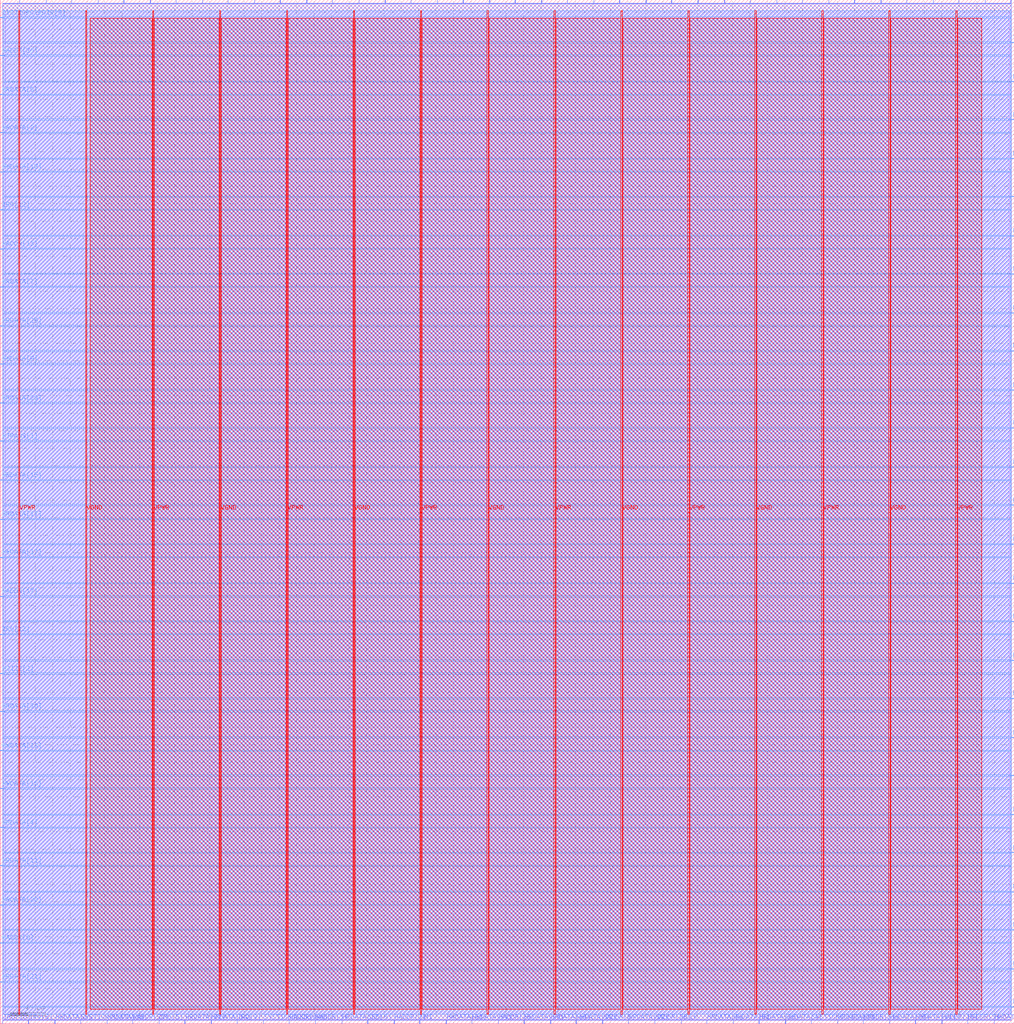
<source format=lef>
VERSION 5.7 ;
  NOWIREEXTENSIONATPIN ON ;
  DIVIDERCHAR "/" ;
  BUSBITCHARS "[]" ;
MACRO ibex_wrapper
  CLASS BLOCK ;
  FOREIGN ibex_wrapper ;
  ORIGIN 0.000 0.000 ;
  SIZE 1163.170 BY 1173.890 ;
  PIN EXT_IRQ
    DIRECTION INPUT ;
    USE SIGNAL ;
    PORT
      LAYER met3 ;
        RECT 1159.170 461.080 1163.170 461.680 ;
    END
  END EXT_IRQ
  PIN HADDR[0]
    DIRECTION OUTPUT TRISTATE ;
    USE SIGNAL ;
    PORT
      LAYER met2 ;
        RECT 52.530 1169.890 52.810 1173.890 ;
    END
  END HADDR[0]
  PIN HADDR[10]
    DIRECTION OUTPUT TRISTATE ;
    USE SIGNAL ;
    PORT
      LAYER met2 ;
        RECT 890.650 1169.890 890.930 1173.890 ;
    END
  END HADDR[10]
  PIN HADDR[11]
    DIRECTION OUTPUT TRISTATE ;
    USE SIGNAL ;
    PORT
      LAYER met3 ;
        RECT 1159.170 903.080 1163.170 903.680 ;
    END
  END HADDR[11]
  PIN HADDR[12]
    DIRECTION OUTPUT TRISTATE ;
    USE SIGNAL ;
    PORT
      LAYER met2 ;
        RECT 291.730 1169.890 292.010 1173.890 ;
    END
  END HADDR[12]
  PIN HADDR[13]
    DIRECTION OUTPUT TRISTATE ;
    USE SIGNAL ;
    PORT
      LAYER met3 ;
        RECT 0.000 888.120 4.000 888.720 ;
    END
  END HADDR[13]
  PIN HADDR[14]
    DIRECTION OUTPUT TRISTATE ;
    USE SIGNAL ;
    PORT
      LAYER met2 ;
        RECT 331.290 0.000 331.570 4.000 ;
    END
  END HADDR[14]
  PIN HADDR[15]
    DIRECTION OUTPUT TRISTATE ;
    USE SIGNAL ;
    PORT
      LAYER met2 ;
        RECT 1080.170 0.000 1080.450 4.000 ;
    END
  END HADDR[15]
  PIN HADDR[16]
    DIRECTION OUTPUT TRISTATE ;
    USE SIGNAL ;
    PORT
      LAYER met3 ;
        RECT 1159.170 416.200 1163.170 416.800 ;
    END
  END HADDR[16]
  PIN HADDR[17]
    DIRECTION OUTPUT TRISTATE ;
    USE SIGNAL ;
    PORT
      LAYER met3 ;
        RECT 0.000 489.640 4.000 490.240 ;
    END
  END HADDR[17]
  PIN HADDR[18]
    DIRECTION OUTPUT TRISTATE ;
    USE SIGNAL ;
    PORT
      LAYER met2 ;
        RECT 81.970 1169.890 82.250 1173.890 ;
    END
  END HADDR[18]
  PIN HADDR[19]
    DIRECTION OUTPUT TRISTATE ;
    USE SIGNAL ;
    PORT
      LAYER met3 ;
        RECT 1159.170 195.880 1163.170 196.480 ;
    END
  END HADDR[19]
  PIN HADDR[1]
    DIRECTION OUTPUT TRISTATE ;
    USE SIGNAL ;
    PORT
      LAYER met2 ;
        RECT 361.650 0.000 361.930 4.000 ;
    END
  END HADDR[1]
  PIN HADDR[20]
    DIRECTION OUTPUT TRISTATE ;
    USE SIGNAL ;
    PORT
      LAYER met3 ;
        RECT 1159.170 682.760 1163.170 683.360 ;
    END
  END HADDR[20]
  PIN HADDR[21]
    DIRECTION OUTPUT TRISTATE ;
    USE SIGNAL ;
    PORT
      LAYER met2 ;
        RECT 990.010 0.000 990.290 4.000 ;
    END
  END HADDR[21]
  PIN HADDR[22]
    DIRECTION OUTPUT TRISTATE ;
    USE SIGNAL ;
    PORT
      LAYER met2 ;
        RECT 590.730 1169.890 591.010 1173.890 ;
    END
  END HADDR[22]
  PIN HADDR[23]
    DIRECTION OUTPUT TRISTATE ;
    USE SIGNAL ;
    PORT
      LAYER met2 ;
        RECT 920.090 1169.890 920.370 1173.890 ;
    END
  END HADDR[23]
  PIN HADDR[24]
    DIRECTION OUTPUT TRISTATE ;
    USE SIGNAL ;
    PORT
      LAYER met3 ;
        RECT 1159.170 372.680 1163.170 373.280 ;
    END
  END HADDR[24]
  PIN HADDR[25]
    DIRECTION OUTPUT TRISTATE ;
    USE SIGNAL ;
    PORT
      LAYER met2 ;
        RECT 571.410 0.000 571.690 4.000 ;
    END
  END HADDR[25]
  PIN HADDR[26]
    DIRECTION OUTPUT TRISTATE ;
    USE SIGNAL ;
    PORT
      LAYER met2 ;
        RECT 750.810 0.000 751.090 4.000 ;
    END
  END HADDR[26]
  PIN HADDR[27]
    DIRECTION OUTPUT TRISTATE ;
    USE SIGNAL ;
    PORT
      LAYER met2 ;
        RECT 1039.690 1169.890 1039.970 1173.890 ;
    END
  END HADDR[27]
  PIN HADDR[28]
    DIRECTION OUTPUT TRISTATE ;
    USE SIGNAL ;
    PORT
      LAYER met3 ;
        RECT 1159.170 19.080 1163.170 19.680 ;
    END
  END HADDR[28]
  PIN HADDR[29]
    DIRECTION OUTPUT TRISTATE ;
    USE SIGNAL ;
    PORT
      LAYER met3 ;
        RECT 1159.170 637.880 1163.170 638.480 ;
    END
  END HADDR[29]
  PIN HADDR[2]
    DIRECTION OUTPUT TRISTATE ;
    USE SIGNAL ;
    PORT
      LAYER met2 ;
        RECT 451.810 0.000 452.090 4.000 ;
    END
  END HADDR[2]
  PIN HADDR[30]
    DIRECTION OUTPUT TRISTATE ;
    USE SIGNAL ;
    PORT
      LAYER met3 ;
        RECT 0.000 1109.800 4.000 1110.400 ;
    END
  END HADDR[30]
  PIN HADDR[31]
    DIRECTION OUTPUT TRISTATE ;
    USE SIGNAL ;
    PORT
      LAYER met2 ;
        RECT 151.890 0.000 152.170 4.000 ;
    END
  END HADDR[31]
  PIN HADDR[3]
    DIRECTION OUTPUT TRISTATE ;
    USE SIGNAL ;
    PORT
      LAYER met2 ;
        RECT 1109.610 0.000 1109.890 4.000 ;
    END
  END HADDR[3]
  PIN HADDR[4]
    DIRECTION OUTPUT TRISTATE ;
    USE SIGNAL ;
    PORT
      LAYER met3 ;
        RECT 1159.170 991.480 1163.170 992.080 ;
    END
  END HADDR[4]
  PIN HADDR[5]
    DIRECTION OUTPUT TRISTATE ;
    USE SIGNAL ;
    PORT
      LAYER met2 ;
        RECT 650.530 1169.890 650.810 1173.890 ;
    END
  END HADDR[5]
  PIN HADDR[6]
    DIRECTION OUTPUT TRISTATE ;
    USE SIGNAL ;
    PORT
      LAYER met3 ;
        RECT 0.000 92.520 4.000 93.120 ;
    END
  END HADDR[6]
  PIN HADDR[7]
    DIRECTION OUTPUT TRISTATE ;
    USE SIGNAL ;
    PORT
      LAYER met3 ;
        RECT 1159.170 859.560 1163.170 860.160 ;
    END
  END HADDR[7]
  PIN HADDR[8]
    DIRECTION OUTPUT TRISTATE ;
    USE SIGNAL ;
    PORT
      LAYER met2 ;
        RECT 691.010 0.000 691.290 4.000 ;
    END
  END HADDR[8]
  PIN HADDR[9]
    DIRECTION OUTPUT TRISTATE ;
    USE SIGNAL ;
    PORT
      LAYER met2 ;
        RECT 1129.850 1169.890 1130.130 1173.890 ;
    END
  END HADDR[9]
  PIN HCLK
    DIRECTION INPUT ;
    USE SIGNAL ;
    PORT
      LAYER met2 ;
        RECT 781.170 0.000 781.450 4.000 ;
    END
  END HCLK
  PIN HRDATA[0]
    DIRECTION INPUT ;
    USE SIGNAL ;
    PORT
      LAYER met3 ;
        RECT 1159.170 1036.360 1163.170 1036.960 ;
    END
  END HRDATA[0]
  PIN HRDATA[10]
    DIRECTION INPUT ;
    USE SIGNAL ;
    PORT
      LAYER met2 ;
        RECT 122.450 0.000 122.730 4.000 ;
    END
  END HRDATA[10]
  PIN HRDATA[11]
    DIRECTION INPUT ;
    USE SIGNAL ;
    PORT
      LAYER met3 ;
        RECT 0.000 180.920 4.000 181.520 ;
    END
  END HRDATA[11]
  PIN HRDATA[12]
    DIRECTION INPUT ;
    USE SIGNAL ;
    PORT
      LAYER met2 ;
        RECT 392.010 0.000 392.290 4.000 ;
    END
  END HRDATA[12]
  PIN HRDATA[13]
    DIRECTION INPUT ;
    USE SIGNAL ;
    PORT
      LAYER met2 ;
        RECT 22.170 1169.890 22.450 1173.890 ;
    END
  END HRDATA[13]
  PIN HRDATA[14]
    DIRECTION INPUT ;
    USE SIGNAL ;
    PORT
      LAYER met2 ;
        RECT 242.050 0.000 242.330 4.000 ;
    END
  END HRDATA[14]
  PIN HRDATA[15]
    DIRECTION INPUT ;
    USE SIGNAL ;
    PORT
      LAYER met3 ;
        RECT 0.000 622.920 4.000 623.520 ;
    END
  END HRDATA[15]
  PIN HRDATA[16]
    DIRECTION INPUT ;
    USE SIGNAL ;
    PORT
      LAYER met3 ;
        RECT 1159.170 327.800 1163.170 328.400 ;
    END
  END HRDATA[16]
  PIN HRDATA[17]
    DIRECTION INPUT ;
    USE SIGNAL ;
    PORT
      LAYER met3 ;
        RECT 0.000 578.040 4.000 578.640 ;
    END
  END HRDATA[17]
  PIN HRDATA[18]
    DIRECTION INPUT ;
    USE SIGNAL ;
    PORT
      LAYER met2 ;
        RECT 960.570 0.000 960.850 4.000 ;
    END
  END HRDATA[18]
  PIN HRDATA[19]
    DIRECTION INPUT ;
    USE SIGNAL ;
    PORT
      LAYER met2 ;
        RECT 631.210 0.000 631.490 4.000 ;
    END
  END HRDATA[19]
  PIN HRDATA[1]
    DIRECTION INPUT ;
    USE SIGNAL ;
    PORT
      LAYER met3 ;
        RECT 1159.170 504.600 1163.170 505.200 ;
    END
  END HRDATA[1]
  PIN HRDATA[20]
    DIRECTION INPUT ;
    USE SIGNAL ;
    PORT
      LAYER met3 ;
        RECT 0.000 136.040 4.000 136.640 ;
    END
  END HRDATA[20]
  PIN HRDATA[21]
    DIRECTION INPUT ;
    USE SIGNAL ;
    PORT
      LAYER met3 ;
        RECT 0.000 47.640 4.000 48.240 ;
    END
  END HRDATA[21]
  PIN HRDATA[22]
    DIRECTION INPUT ;
    USE SIGNAL ;
    PORT
      LAYER met2 ;
        RECT 720.450 0.000 720.730 4.000 ;
    END
  END HRDATA[22]
  PIN HRDATA[23]
    DIRECTION INPUT ;
    USE SIGNAL ;
    PORT
      LAYER met2 ;
        RECT 740.690 1169.890 740.970 1173.890 ;
    END
  END HRDATA[23]
  PIN HRDATA[24]
    DIRECTION INPUT ;
    USE SIGNAL ;
    PORT
      LAYER met3 ;
        RECT 1159.170 771.160 1163.170 771.760 ;
    END
  END HRDATA[24]
  PIN HRDATA[25]
    DIRECTION INPUT ;
    USE SIGNAL ;
    PORT
      LAYER met3 ;
        RECT 0.000 799.720 4.000 800.320 ;
    END
  END HRDATA[25]
  PIN HRDATA[26]
    DIRECTION INPUT ;
    USE SIGNAL ;
    PORT
      LAYER met2 ;
        RECT 870.410 0.000 870.690 4.000 ;
    END
  END HRDATA[26]
  PIN HRDATA[27]
    DIRECTION INPUT ;
    USE SIGNAL ;
    PORT
      LAYER met3 ;
        RECT 1159.170 549.480 1163.170 550.080 ;
    END
  END HRDATA[27]
  PIN HRDATA[28]
    DIRECTION INPUT ;
    USE SIGNAL ;
    PORT
      LAYER met3 ;
        RECT 1159.170 107.480 1163.170 108.080 ;
    END
  END HRDATA[28]
  PIN HRDATA[29]
    DIRECTION INPUT ;
    USE SIGNAL ;
    PORT
      LAYER met3 ;
        RECT 0.000 711.320 4.000 711.920 ;
    END
  END HRDATA[29]
  PIN HRDATA[2]
    DIRECTION INPUT ;
    USE SIGNAL ;
    PORT
      LAYER met3 ;
        RECT 0.000 1021.400 4.000 1022.000 ;
    END
  END HRDATA[2]
  PIN HRDATA[30]
    DIRECTION INPUT ;
    USE SIGNAL ;
    PORT
      LAYER met3 ;
        RECT 0.000 357.720 4.000 358.320 ;
    END
  END HRDATA[30]
  PIN HRDATA[31]
    DIRECTION INPUT ;
    USE SIGNAL ;
    PORT
      LAYER met2 ;
        RECT 211.690 0.000 211.970 4.000 ;
    END
  END HRDATA[31]
  PIN HRDATA[3]
    DIRECTION INPUT ;
    USE SIGNAL ;
    PORT
      LAYER met3 ;
        RECT 1159.170 1079.880 1163.170 1080.480 ;
    END
  END HRDATA[3]
  PIN HRDATA[4]
    DIRECTION INPUT ;
    USE SIGNAL ;
    PORT
      LAYER met3 ;
        RECT 0.000 224.440 4.000 225.040 ;
    END
  END HRDATA[4]
  PIN HRDATA[5]
    DIRECTION INPUT ;
    USE SIGNAL ;
    PORT
      LAYER met3 ;
        RECT 0.000 1064.920 4.000 1065.520 ;
    END
  END HRDATA[5]
  PIN HRDATA[6]
    DIRECTION INPUT ;
    USE SIGNAL ;
    PORT
      LAYER met2 ;
        RECT 201.570 1169.890 201.850 1173.890 ;
    END
  END HRDATA[6]
  PIN HRDATA[7]
    DIRECTION INPUT ;
    USE SIGNAL ;
    PORT
      LAYER met3 ;
        RECT 0.000 844.600 4.000 845.200 ;
    END
  END HRDATA[7]
  PIN HRDATA[8]
    DIRECTION INPUT ;
    USE SIGNAL ;
    PORT
      LAYER met2 ;
        RECT 979.890 1169.890 980.170 1173.890 ;
    END
  END HRDATA[8]
  PIN HRDATA[9]
    DIRECTION INPUT ;
    USE SIGNAL ;
    PORT
      LAYER met2 ;
        RECT 810.610 0.000 810.890 4.000 ;
    END
  END HRDATA[9]
  PIN HREADY
    DIRECTION INPUT ;
    USE SIGNAL ;
    PORT
      LAYER met2 ;
        RECT 261.370 1169.890 261.650 1173.890 ;
    END
  END HREADY
  PIN HRESETn
    DIRECTION INPUT ;
    USE SIGNAL ;
    PORT
      LAYER met3 ;
        RECT 1159.170 594.360 1163.170 594.960 ;
    END
  END HRESETn
  PIN HSIZE[0]
    DIRECTION OUTPUT TRISTATE ;
    USE SIGNAL ;
    PORT
      LAYER met2 ;
        RECT 471.130 1169.890 471.410 1173.890 ;
    END
  END HSIZE[0]
  PIN HSIZE[1]
    DIRECTION OUTPUT TRISTATE ;
    USE SIGNAL ;
    PORT
      LAYER met2 ;
        RECT 1010.250 1169.890 1010.530 1173.890 ;
    END
  END HSIZE[1]
  PIN HSIZE[2]
    DIRECTION OUTPUT TRISTATE ;
    USE SIGNAL ;
    PORT
      LAYER met3 ;
        RECT 0.000 401.240 4.000 401.840 ;
    END
  END HSIZE[2]
  PIN HTRANS[0]
    DIRECTION OUTPUT TRISTATE ;
    USE SIGNAL ;
    PORT
      LAYER met3 ;
        RECT 1159.170 726.280 1163.170 726.880 ;
    END
  END HTRANS[0]
  PIN HTRANS[1]
    DIRECTION OUTPUT TRISTATE ;
    USE SIGNAL ;
    PORT
      LAYER met3 ;
        RECT 0.000 667.800 4.000 668.400 ;
    END
  END HTRANS[1]
  PIN HWDATA[0]
    DIRECTION OUTPUT TRISTATE ;
    USE SIGNAL ;
    PORT
      LAYER met2 ;
        RECT 561.290 1169.890 561.570 1173.890 ;
    END
  END HWDATA[0]
  PIN HWDATA[10]
    DIRECTION OUTPUT TRISTATE ;
    USE SIGNAL ;
    PORT
      LAYER met2 ;
        RECT 380.970 1169.890 381.250 1173.890 ;
    END
  END HWDATA[10]
  PIN HWDATA[11]
    DIRECTION OUTPUT TRISTATE ;
    USE SIGNAL ;
    PORT
      LAYER met2 ;
        RECT 1049.810 0.000 1050.090 4.000 ;
    END
  END HWDATA[11]
  PIN HWDATA[12]
    DIRECTION OUTPUT TRISTATE ;
    USE SIGNAL ;
    PORT
      LAYER met3 ;
        RECT 1159.170 814.680 1163.170 815.280 ;
    END
  END HWDATA[12]
  PIN HWDATA[13]
    DIRECTION OUTPUT TRISTATE ;
    USE SIGNAL ;
    PORT
      LAYER met3 ;
        RECT 0.000 312.840 4.000 313.440 ;
    END
  END HWDATA[13]
  PIN HWDATA[14]
    DIRECTION OUTPUT TRISTATE ;
    USE SIGNAL ;
    PORT
      LAYER met3 ;
        RECT 1159.170 239.400 1163.170 240.000 ;
    END
  END HWDATA[14]
  PIN HWDATA[15]
    DIRECTION OUTPUT TRISTATE ;
    USE SIGNAL ;
    PORT
      LAYER met3 ;
        RECT 0.000 269.320 4.000 269.920 ;
    END
  END HWDATA[15]
  PIN HWDATA[16]
    DIRECTION OUTPUT TRISTATE ;
    USE SIGNAL ;
    PORT
      LAYER met2 ;
        RECT 321.170 1169.890 321.450 1173.890 ;
    END
  END HWDATA[16]
  PIN HWDATA[17]
    DIRECTION OUTPUT TRISTATE ;
    USE SIGNAL ;
    PORT
      LAYER met3 ;
        RECT 0.000 534.520 4.000 535.120 ;
    END
  END HWDATA[17]
  PIN HWDATA[18]
    DIRECTION OUTPUT TRISTATE ;
    USE SIGNAL ;
    PORT
      LAYER met3 ;
        RECT 0.000 976.520 4.000 977.120 ;
    END
  END HWDATA[18]
  PIN HWDATA[19]
    DIRECTION OUTPUT TRISTATE ;
    USE SIGNAL ;
    PORT
      LAYER met2 ;
        RECT 501.490 1169.890 501.770 1173.890 ;
    END
  END HWDATA[19]
  PIN HWDATA[1]
    DIRECTION OUTPUT TRISTATE ;
    USE SIGNAL ;
    PORT
      LAYER met2 ;
        RECT 62.650 0.000 62.930 4.000 ;
    END
  END HWDATA[1]
  PIN HWDATA[20]
    DIRECTION OUTPUT TRISTATE ;
    USE SIGNAL ;
    PORT
      LAYER met2 ;
        RECT 511.610 0.000 511.890 4.000 ;
    END
  END HWDATA[20]
  PIN HWDATA[21]
    DIRECTION OUTPUT TRISTATE ;
    USE SIGNAL ;
    PORT
      LAYER met2 ;
        RECT 1070.050 1169.890 1070.330 1173.890 ;
    END
  END HWDATA[21]
  PIN HWDATA[22]
    DIRECTION OUTPUT TRISTATE ;
    USE SIGNAL ;
    PORT
      LAYER met3 ;
        RECT 1159.170 62.600 1163.170 63.200 ;
    END
  END HWDATA[22]
  PIN HWDATA[23]
    DIRECTION OUTPUT TRISTATE ;
    USE SIGNAL ;
    PORT
      LAYER met2 ;
        RECT 112.330 1169.890 112.610 1173.890 ;
    END
  END HWDATA[23]
  PIN HWDATA[24]
    DIRECTION OUTPUT TRISTATE ;
    USE SIGNAL ;
    PORT
      LAYER met2 ;
        RECT 600.850 0.000 601.130 4.000 ;
    END
  END HWDATA[24]
  PIN HWDATA[25]
    DIRECTION OUTPUT TRISTATE ;
    USE SIGNAL ;
    PORT
      LAYER met3 ;
        RECT 1159.170 151.000 1163.170 151.600 ;
    END
  END HWDATA[25]
  PIN HWDATA[26]
    DIRECTION OUTPUT TRISTATE ;
    USE SIGNAL ;
    PORT
      LAYER met2 ;
        RECT 351.530 1169.890 351.810 1173.890 ;
    END
  END HWDATA[26]
  PIN HWDATA[27]
    DIRECTION OUTPUT TRISTATE ;
    USE SIGNAL ;
    PORT
      LAYER met2 ;
        RECT 411.330 1169.890 411.610 1173.890 ;
    END
  END HWDATA[27]
  PIN HWDATA[28]
    DIRECTION OUTPUT TRISTATE ;
    USE SIGNAL ;
    PORT
      LAYER met2 ;
        RECT 660.650 0.000 660.930 4.000 ;
    END
  END HWDATA[28]
  PIN HWDATA[29]
    DIRECTION OUTPUT TRISTATE ;
    USE SIGNAL ;
    PORT
      LAYER met2 ;
        RECT 1020.370 0.000 1020.650 4.000 ;
    END
  END HWDATA[29]
  PIN HWDATA[2]
    DIRECTION OUTPUT TRISTATE ;
    USE SIGNAL ;
    PORT
      LAYER met2 ;
        RECT 1099.490 1169.890 1099.770 1173.890 ;
    END
  END HWDATA[2]
  PIN HWDATA[30]
    DIRECTION OUTPUT TRISTATE ;
    USE SIGNAL ;
    PORT
      LAYER met2 ;
        RECT 1139.970 0.000 1140.250 4.000 ;
    END
  END HWDATA[30]
  PIN HWDATA[31]
    DIRECTION OUTPUT TRISTATE ;
    USE SIGNAL ;
    PORT
      LAYER met2 ;
        RECT 541.050 0.000 541.330 4.000 ;
    END
  END HWDATA[31]
  PIN HWDATA[3]
    DIRECTION OUTPUT TRISTATE ;
    USE SIGNAL ;
    PORT
      LAYER met2 ;
        RECT 441.690 1169.890 441.970 1173.890 ;
    END
  END HWDATA[3]
  PIN HWDATA[4]
    DIRECTION OUTPUT TRISTATE ;
    USE SIGNAL ;
    PORT
      LAYER met2 ;
        RECT 900.770 0.000 901.050 4.000 ;
    END
  END HWDATA[4]
  PIN HWDATA[5]
    DIRECTION OUTPUT TRISTATE ;
    USE SIGNAL ;
    PORT
      LAYER met2 ;
        RECT 840.970 0.000 841.250 4.000 ;
    END
  END HWDATA[5]
  PIN HWDATA[6]
    DIRECTION OUTPUT TRISTATE ;
    USE SIGNAL ;
    PORT
      LAYER met2 ;
        RECT 710.330 1169.890 710.610 1173.890 ;
    END
  END HWDATA[6]
  PIN HWDATA[7]
    DIRECTION OUTPUT TRISTATE ;
    USE SIGNAL ;
    PORT
      LAYER met2 ;
        RECT 621.090 1169.890 621.370 1173.890 ;
    END
  END HWDATA[7]
  PIN HWDATA[8]
    DIRECTION OUTPUT TRISTATE ;
    USE SIGNAL ;
    PORT
      LAYER met2 ;
        RECT 680.890 1169.890 681.170 1173.890 ;
    END
  END HWDATA[8]
  PIN HWDATA[9]
    DIRECTION OUTPUT TRISTATE ;
    USE SIGNAL ;
    PORT
      LAYER met3 ;
        RECT 0.000 756.200 4.000 756.800 ;
    END
  END HWDATA[9]
  PIN HWRITE
    DIRECTION OUTPUT TRISTATE ;
    USE SIGNAL ;
    PORT
      LAYER met2 ;
        RECT 860.290 1169.890 860.570 1173.890 ;
    END
  END HWRITE
  PIN IRQ[0]
    DIRECTION INPUT ;
    USE SIGNAL ;
    PORT
      LAYER met2 ;
        RECT 421.450 0.000 421.730 4.000 ;
    END
  END IRQ[0]
  PIN IRQ[10]
    DIRECTION INPUT ;
    USE SIGNAL ;
    PORT
      LAYER met2 ;
        RECT 2.850 0.000 3.130 4.000 ;
    END
  END IRQ[10]
  PIN IRQ[11]
    DIRECTION INPUT ;
    USE SIGNAL ;
    PORT
      LAYER met3 ;
        RECT 1159.170 947.960 1163.170 948.560 ;
    END
  END IRQ[11]
  PIN IRQ[12]
    DIRECTION INPUT ;
    USE SIGNAL ;
    PORT
      LAYER met3 ;
        RECT 0.000 933.000 4.000 933.600 ;
    END
  END IRQ[12]
  PIN IRQ[13]
    DIRECTION INPUT ;
    USE SIGNAL ;
    PORT
      LAYER met3 ;
        RECT 0.000 446.120 4.000 446.720 ;
    END
  END IRQ[13]
  PIN IRQ[14]
    DIRECTION INPUT ;
    USE SIGNAL ;
    PORT
      LAYER met3 ;
        RECT 1159.170 284.280 1163.170 284.880 ;
    END
  END IRQ[14]
  PIN IRQ[1]
    DIRECTION INPUT ;
    USE SIGNAL ;
    PORT
      LAYER met2 ;
        RECT 141.770 1169.890 142.050 1173.890 ;
    END
  END IRQ[1]
  PIN IRQ[2]
    DIRECTION INPUT ;
    USE SIGNAL ;
    PORT
      LAYER met2 ;
        RECT 231.930 1169.890 232.210 1173.890 ;
    END
  END IRQ[2]
  PIN IRQ[3]
    DIRECTION INPUT ;
    USE SIGNAL ;
    PORT
      LAYER met2 ;
        RECT 530.930 1169.890 531.210 1173.890 ;
    END
  END IRQ[3]
  PIN IRQ[4]
    DIRECTION INPUT ;
    USE SIGNAL ;
    PORT
      LAYER met2 ;
        RECT 172.130 1169.890 172.410 1173.890 ;
    END
  END IRQ[4]
  PIN IRQ[5]
    DIRECTION INPUT ;
    USE SIGNAL ;
    PORT
      LAYER met2 ;
        RECT 182.250 0.000 182.530 4.000 ;
    END
  END IRQ[5]
  PIN IRQ[6]
    DIRECTION INPUT ;
    USE SIGNAL ;
    PORT
      LAYER met2 ;
        RECT 32.290 0.000 32.570 4.000 ;
    END
  END IRQ[6]
  PIN IRQ[7]
    DIRECTION INPUT ;
    USE SIGNAL ;
    PORT
      LAYER met2 ;
        RECT 800.490 1169.890 800.770 1173.890 ;
    END
  END IRQ[7]
  PIN IRQ[8]
    DIRECTION INPUT ;
    USE SIGNAL ;
    PORT
      LAYER met2 ;
        RECT 830.850 1169.890 831.130 1173.890 ;
    END
  END IRQ[8]
  PIN IRQ[9]
    DIRECTION INPUT ;
    USE SIGNAL ;
    PORT
      LAYER met2 ;
        RECT 271.490 0.000 271.770 4.000 ;
    END
  END IRQ[9]
  PIN NMI
    DIRECTION INPUT ;
    USE SIGNAL ;
    PORT
      LAYER met2 ;
        RECT 481.250 0.000 481.530 4.000 ;
    END
  END NMI
  PIN SYSTICKCLKDIV[0]
    DIRECTION INPUT ;
    USE SIGNAL ;
    PORT
      LAYER met2 ;
        RECT 1159.290 1169.890 1159.570 1173.890 ;
    END
  END SYSTICKCLKDIV[0]
  PIN SYSTICKCLKDIV[1]
    DIRECTION INPUT ;
    USE SIGNAL ;
    PORT
      LAYER met2 ;
        RECT 301.850 0.000 302.130 4.000 ;
    END
  END SYSTICKCLKDIV[1]
  PIN SYSTICKCLKDIV[2]
    DIRECTION INPUT ;
    USE SIGNAL ;
    PORT
      LAYER met2 ;
        RECT 950.450 1169.890 950.730 1173.890 ;
    END
  END SYSTICKCLKDIV[2]
  PIN SYSTICKCLKDIV[3]
    DIRECTION INPUT ;
    USE SIGNAL ;
    PORT
      LAYER met3 ;
        RECT 1159.170 1124.760 1163.170 1125.360 ;
    END
  END SYSTICKCLKDIV[3]
  PIN SYSTICKCLKDIV[4]
    DIRECTION INPUT ;
    USE SIGNAL ;
    PORT
      LAYER met2 ;
        RECT 92.090 0.000 92.370 4.000 ;
    END
  END SYSTICKCLKDIV[4]
  PIN SYSTICKCLKDIV[5]
    DIRECTION INPUT ;
    USE SIGNAL ;
    PORT
      LAYER met3 ;
        RECT 0.000 1153.320 4.000 1153.920 ;
    END
  END SYSTICKCLKDIV[5]
  PIN SYSTICKCLKDIV[6]
    DIRECTION INPUT ;
    USE SIGNAL ;
    PORT
      LAYER met2 ;
        RECT 770.130 1169.890 770.410 1173.890 ;
    END
  END SYSTICKCLKDIV[6]
  PIN SYSTICKCLKDIV[7]
    DIRECTION INPUT ;
    USE SIGNAL ;
    PORT
      LAYER met2 ;
        RECT 930.210 0.000 930.490 4.000 ;
    END
  END SYSTICKCLKDIV[7]
  PIN VPWR
    DIRECTION INOUT ;
    USE POWER ;
    PORT
      LAYER met4 ;
        RECT 1096.240 10.640 1097.840 1161.680 ;
    END
  END VPWR
  PIN VPWR
    DIRECTION INOUT ;
    USE POWER ;
    PORT
      LAYER met4 ;
        RECT 942.640 10.640 944.240 1161.680 ;
    END
  END VPWR
  PIN VPWR
    DIRECTION INOUT ;
    USE POWER ;
    PORT
      LAYER met4 ;
        RECT 789.040 10.640 790.640 1161.680 ;
    END
  END VPWR
  PIN VPWR
    DIRECTION INOUT ;
    USE POWER ;
    PORT
      LAYER met4 ;
        RECT 635.440 10.640 637.040 1161.680 ;
    END
  END VPWR
  PIN VPWR
    DIRECTION INOUT ;
    USE POWER ;
    PORT
      LAYER met4 ;
        RECT 481.840 10.640 483.440 1161.680 ;
    END
  END VPWR
  PIN VPWR
    DIRECTION INOUT ;
    USE POWER ;
    PORT
      LAYER met4 ;
        RECT 328.240 10.640 329.840 1161.680 ;
    END
  END VPWR
  PIN VPWR
    DIRECTION INOUT ;
    USE POWER ;
    PORT
      LAYER met4 ;
        RECT 174.640 10.640 176.240 1161.680 ;
    END
  END VPWR
  PIN VPWR
    DIRECTION INOUT ;
    USE POWER ;
    PORT
      LAYER met4 ;
        RECT 21.040 10.640 22.640 1161.680 ;
    END
  END VPWR
  PIN VGND
    DIRECTION INOUT ;
    USE GROUND ;
    PORT
      LAYER met4 ;
        RECT 1019.440 10.640 1021.040 1161.680 ;
    END
  END VGND
  PIN VGND
    DIRECTION INOUT ;
    USE GROUND ;
    PORT
      LAYER met4 ;
        RECT 865.840 10.640 867.440 1161.680 ;
    END
  END VGND
  PIN VGND
    DIRECTION INOUT ;
    USE GROUND ;
    PORT
      LAYER met4 ;
        RECT 712.240 10.640 713.840 1161.680 ;
    END
  END VGND
  PIN VGND
    DIRECTION INOUT ;
    USE GROUND ;
    PORT
      LAYER met4 ;
        RECT 558.640 10.640 560.240 1161.680 ;
    END
  END VGND
  PIN VGND
    DIRECTION INOUT ;
    USE GROUND ;
    PORT
      LAYER met4 ;
        RECT 405.040 10.640 406.640 1161.680 ;
    END
  END VGND
  PIN VGND
    DIRECTION INOUT ;
    USE GROUND ;
    PORT
      LAYER met4 ;
        RECT 251.440 10.640 253.040 1161.680 ;
    END
  END VGND
  PIN VGND
    DIRECTION INOUT ;
    USE GROUND ;
    PORT
      LAYER met4 ;
        RECT 97.840 10.640 99.440 1161.680 ;
    END
  END VGND
  OBS
      LAYER li1 ;
        RECT 5.520 10.795 1157.360 1161.525 ;
      LAYER met1 ;
        RECT 2.830 4.460 1159.590 1169.560 ;
      LAYER met2 ;
        RECT 2.860 1169.610 21.890 1169.890 ;
        RECT 22.730 1169.610 52.250 1169.890 ;
        RECT 53.090 1169.610 81.690 1169.890 ;
        RECT 82.530 1169.610 112.050 1169.890 ;
        RECT 112.890 1169.610 141.490 1169.890 ;
        RECT 142.330 1169.610 171.850 1169.890 ;
        RECT 172.690 1169.610 201.290 1169.890 ;
        RECT 202.130 1169.610 231.650 1169.890 ;
        RECT 232.490 1169.610 261.090 1169.890 ;
        RECT 261.930 1169.610 291.450 1169.890 ;
        RECT 292.290 1169.610 320.890 1169.890 ;
        RECT 321.730 1169.610 351.250 1169.890 ;
        RECT 352.090 1169.610 380.690 1169.890 ;
        RECT 381.530 1169.610 411.050 1169.890 ;
        RECT 411.890 1169.610 441.410 1169.890 ;
        RECT 442.250 1169.610 470.850 1169.890 ;
        RECT 471.690 1169.610 501.210 1169.890 ;
        RECT 502.050 1169.610 530.650 1169.890 ;
        RECT 531.490 1169.610 561.010 1169.890 ;
        RECT 561.850 1169.610 590.450 1169.890 ;
        RECT 591.290 1169.610 620.810 1169.890 ;
        RECT 621.650 1169.610 650.250 1169.890 ;
        RECT 651.090 1169.610 680.610 1169.890 ;
        RECT 681.450 1169.610 710.050 1169.890 ;
        RECT 710.890 1169.610 740.410 1169.890 ;
        RECT 741.250 1169.610 769.850 1169.890 ;
        RECT 770.690 1169.610 800.210 1169.890 ;
        RECT 801.050 1169.610 830.570 1169.890 ;
        RECT 831.410 1169.610 860.010 1169.890 ;
        RECT 860.850 1169.610 890.370 1169.890 ;
        RECT 891.210 1169.610 919.810 1169.890 ;
        RECT 920.650 1169.610 950.170 1169.890 ;
        RECT 951.010 1169.610 979.610 1169.890 ;
        RECT 980.450 1169.610 1009.970 1169.890 ;
        RECT 1010.810 1169.610 1039.410 1169.890 ;
        RECT 1040.250 1169.610 1069.770 1169.890 ;
        RECT 1070.610 1169.610 1099.210 1169.890 ;
        RECT 1100.050 1169.610 1129.570 1169.890 ;
        RECT 1130.410 1169.610 1159.010 1169.890 ;
        RECT 2.860 4.280 1159.560 1169.610 ;
        RECT 3.410 4.000 32.010 4.280 ;
        RECT 32.850 4.000 62.370 4.280 ;
        RECT 63.210 4.000 91.810 4.280 ;
        RECT 92.650 4.000 122.170 4.280 ;
        RECT 123.010 4.000 151.610 4.280 ;
        RECT 152.450 4.000 181.970 4.280 ;
        RECT 182.810 4.000 211.410 4.280 ;
        RECT 212.250 4.000 241.770 4.280 ;
        RECT 242.610 4.000 271.210 4.280 ;
        RECT 272.050 4.000 301.570 4.280 ;
        RECT 302.410 4.000 331.010 4.280 ;
        RECT 331.850 4.000 361.370 4.280 ;
        RECT 362.210 4.000 391.730 4.280 ;
        RECT 392.570 4.000 421.170 4.280 ;
        RECT 422.010 4.000 451.530 4.280 ;
        RECT 452.370 4.000 480.970 4.280 ;
        RECT 481.810 4.000 511.330 4.280 ;
        RECT 512.170 4.000 540.770 4.280 ;
        RECT 541.610 4.000 571.130 4.280 ;
        RECT 571.970 4.000 600.570 4.280 ;
        RECT 601.410 4.000 630.930 4.280 ;
        RECT 631.770 4.000 660.370 4.280 ;
        RECT 661.210 4.000 690.730 4.280 ;
        RECT 691.570 4.000 720.170 4.280 ;
        RECT 721.010 4.000 750.530 4.280 ;
        RECT 751.370 4.000 780.890 4.280 ;
        RECT 781.730 4.000 810.330 4.280 ;
        RECT 811.170 4.000 840.690 4.280 ;
        RECT 841.530 4.000 870.130 4.280 ;
        RECT 870.970 4.000 900.490 4.280 ;
        RECT 901.330 4.000 929.930 4.280 ;
        RECT 930.770 4.000 960.290 4.280 ;
        RECT 961.130 4.000 989.730 4.280 ;
        RECT 990.570 4.000 1020.090 4.280 ;
        RECT 1020.930 4.000 1049.530 4.280 ;
        RECT 1050.370 4.000 1079.890 4.280 ;
        RECT 1080.730 4.000 1109.330 4.280 ;
        RECT 1110.170 4.000 1139.690 4.280 ;
        RECT 1140.530 4.000 1159.560 4.280 ;
      LAYER met3 ;
        RECT 4.000 1154.320 1159.170 1161.605 ;
        RECT 4.400 1152.920 1159.170 1154.320 ;
        RECT 4.000 1125.760 1159.170 1152.920 ;
        RECT 4.000 1124.360 1158.770 1125.760 ;
        RECT 4.000 1110.800 1159.170 1124.360 ;
        RECT 4.400 1109.400 1159.170 1110.800 ;
        RECT 4.000 1080.880 1159.170 1109.400 ;
        RECT 4.000 1079.480 1158.770 1080.880 ;
        RECT 4.000 1065.920 1159.170 1079.480 ;
        RECT 4.400 1064.520 1159.170 1065.920 ;
        RECT 4.000 1037.360 1159.170 1064.520 ;
        RECT 4.000 1035.960 1158.770 1037.360 ;
        RECT 4.000 1022.400 1159.170 1035.960 ;
        RECT 4.400 1021.000 1159.170 1022.400 ;
        RECT 4.000 992.480 1159.170 1021.000 ;
        RECT 4.000 991.080 1158.770 992.480 ;
        RECT 4.000 977.520 1159.170 991.080 ;
        RECT 4.400 976.120 1159.170 977.520 ;
        RECT 4.000 948.960 1159.170 976.120 ;
        RECT 4.000 947.560 1158.770 948.960 ;
        RECT 4.000 934.000 1159.170 947.560 ;
        RECT 4.400 932.600 1159.170 934.000 ;
        RECT 4.000 904.080 1159.170 932.600 ;
        RECT 4.000 902.680 1158.770 904.080 ;
        RECT 4.000 889.120 1159.170 902.680 ;
        RECT 4.400 887.720 1159.170 889.120 ;
        RECT 4.000 860.560 1159.170 887.720 ;
        RECT 4.000 859.160 1158.770 860.560 ;
        RECT 4.000 845.600 1159.170 859.160 ;
        RECT 4.400 844.200 1159.170 845.600 ;
        RECT 4.000 815.680 1159.170 844.200 ;
        RECT 4.000 814.280 1158.770 815.680 ;
        RECT 4.000 800.720 1159.170 814.280 ;
        RECT 4.400 799.320 1159.170 800.720 ;
        RECT 4.000 772.160 1159.170 799.320 ;
        RECT 4.000 770.760 1158.770 772.160 ;
        RECT 4.000 757.200 1159.170 770.760 ;
        RECT 4.400 755.800 1159.170 757.200 ;
        RECT 4.000 727.280 1159.170 755.800 ;
        RECT 4.000 725.880 1158.770 727.280 ;
        RECT 4.000 712.320 1159.170 725.880 ;
        RECT 4.400 710.920 1159.170 712.320 ;
        RECT 4.000 683.760 1159.170 710.920 ;
        RECT 4.000 682.360 1158.770 683.760 ;
        RECT 4.000 668.800 1159.170 682.360 ;
        RECT 4.400 667.400 1159.170 668.800 ;
        RECT 4.000 638.880 1159.170 667.400 ;
        RECT 4.000 637.480 1158.770 638.880 ;
        RECT 4.000 623.920 1159.170 637.480 ;
        RECT 4.400 622.520 1159.170 623.920 ;
        RECT 4.000 595.360 1159.170 622.520 ;
        RECT 4.000 593.960 1158.770 595.360 ;
        RECT 4.000 579.040 1159.170 593.960 ;
        RECT 4.400 577.640 1159.170 579.040 ;
        RECT 4.000 550.480 1159.170 577.640 ;
        RECT 4.000 549.080 1158.770 550.480 ;
        RECT 4.000 535.520 1159.170 549.080 ;
        RECT 4.400 534.120 1159.170 535.520 ;
        RECT 4.000 505.600 1159.170 534.120 ;
        RECT 4.000 504.200 1158.770 505.600 ;
        RECT 4.000 490.640 1159.170 504.200 ;
        RECT 4.400 489.240 1159.170 490.640 ;
        RECT 4.000 462.080 1159.170 489.240 ;
        RECT 4.000 460.680 1158.770 462.080 ;
        RECT 4.000 447.120 1159.170 460.680 ;
        RECT 4.400 445.720 1159.170 447.120 ;
        RECT 4.000 417.200 1159.170 445.720 ;
        RECT 4.000 415.800 1158.770 417.200 ;
        RECT 4.000 402.240 1159.170 415.800 ;
        RECT 4.400 400.840 1159.170 402.240 ;
        RECT 4.000 373.680 1159.170 400.840 ;
        RECT 4.000 372.280 1158.770 373.680 ;
        RECT 4.000 358.720 1159.170 372.280 ;
        RECT 4.400 357.320 1159.170 358.720 ;
        RECT 4.000 328.800 1159.170 357.320 ;
        RECT 4.000 327.400 1158.770 328.800 ;
        RECT 4.000 313.840 1159.170 327.400 ;
        RECT 4.400 312.440 1159.170 313.840 ;
        RECT 4.000 285.280 1159.170 312.440 ;
        RECT 4.000 283.880 1158.770 285.280 ;
        RECT 4.000 270.320 1159.170 283.880 ;
        RECT 4.400 268.920 1159.170 270.320 ;
        RECT 4.000 240.400 1159.170 268.920 ;
        RECT 4.000 239.000 1158.770 240.400 ;
        RECT 4.000 225.440 1159.170 239.000 ;
        RECT 4.400 224.040 1159.170 225.440 ;
        RECT 4.000 196.880 1159.170 224.040 ;
        RECT 4.000 195.480 1158.770 196.880 ;
        RECT 4.000 181.920 1159.170 195.480 ;
        RECT 4.400 180.520 1159.170 181.920 ;
        RECT 4.000 152.000 1159.170 180.520 ;
        RECT 4.000 150.600 1158.770 152.000 ;
        RECT 4.000 137.040 1159.170 150.600 ;
        RECT 4.400 135.640 1159.170 137.040 ;
        RECT 4.000 108.480 1159.170 135.640 ;
        RECT 4.000 107.080 1158.770 108.480 ;
        RECT 4.000 93.520 1159.170 107.080 ;
        RECT 4.400 92.120 1159.170 93.520 ;
        RECT 4.000 63.600 1159.170 92.120 ;
        RECT 4.000 62.200 1158.770 63.600 ;
        RECT 4.000 48.640 1159.170 62.200 ;
        RECT 4.400 47.240 1159.170 48.640 ;
        RECT 4.000 20.080 1159.170 47.240 ;
        RECT 4.000 18.680 1158.770 20.080 ;
        RECT 4.000 10.715 1159.170 18.680 ;
      LAYER met4 ;
        RECT 103.335 16.495 174.240 1153.105 ;
        RECT 176.640 16.495 251.040 1153.105 ;
        RECT 253.440 16.495 327.840 1153.105 ;
        RECT 330.240 16.495 404.640 1153.105 ;
        RECT 407.040 16.495 481.440 1153.105 ;
        RECT 483.840 16.495 558.240 1153.105 ;
        RECT 560.640 16.495 635.040 1153.105 ;
        RECT 637.440 16.495 711.840 1153.105 ;
        RECT 714.240 16.495 788.640 1153.105 ;
        RECT 791.040 16.495 865.440 1153.105 ;
        RECT 867.840 16.495 942.240 1153.105 ;
        RECT 944.640 16.495 1019.040 1153.105 ;
        RECT 1021.440 16.495 1095.840 1153.105 ;
        RECT 1098.240 16.495 1125.785 1153.105 ;
  END
END ibex_wrapper
END LIBRARY


</source>
